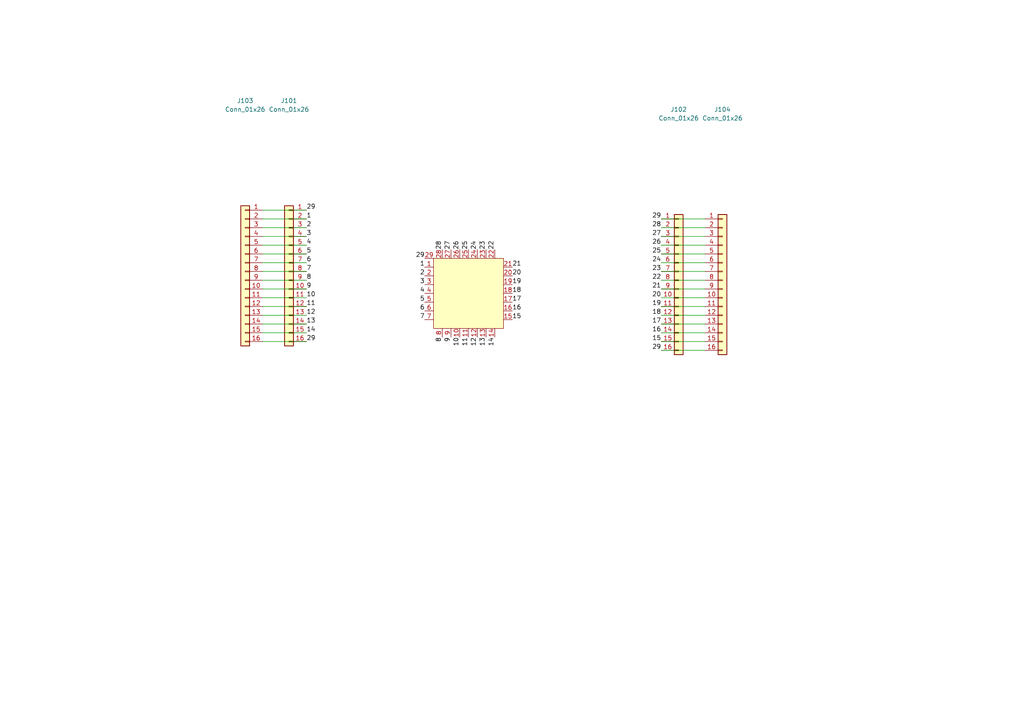
<source format=kicad_sch>
(kicad_sch (version 20250114) (generator "eeschema") (generator_version "9.0")
  (paper "A4")
  (lib_symbols
    (symbol "Connector_Generic:Conn_01x16" (pin_names (offset 1.016) (hide yes))
      (property "Reference" "J" (at 0 20.32 0))
      (property "Value" "Conn_01x16" (at 0 -22.86 0))
      (symbol "Conn_01x16_1_1"
        (rectangle (start -1.27 19.05) (end 1.27 -21.59) (stroke (width 0.254)) (fill (type background)))
        (rectangle (start -1.27 17.907) (end 0 17.653) (stroke (width 0.1524)))
        (rectangle (start -1.27 15.367) (end 0 15.113) (stroke (width 0.1524)))
        (rectangle (start -1.27 12.827) (end 0 12.573) (stroke (width 0.1524)))
        (rectangle (start -1.27 10.287) (end 0 10.033) (stroke (width 0.1524)))
        (rectangle (start -1.27 7.747) (end 0 7.493) (stroke (width 0.1524)))
        (rectangle (start -1.27 5.207) (end 0 4.953) (stroke (width 0.1524)))
        (rectangle (start -1.27 2.667) (end 0 2.413) (stroke (width 0.1524)))
        (rectangle (start -1.27 0.127) (end 0 -0.127) (stroke (width 0.1524)))
        (rectangle (start -1.27 -2.413) (end 0 -2.667) (stroke (width 0.1524)))
        (rectangle (start -1.27 -4.953) (end 0 -5.207) (stroke (width 0.1524)))
        (rectangle (start -1.27 -7.493) (end 0 -7.747) (stroke (width 0.1524)))
        (rectangle (start -1.27 -10.033) (end 0 -10.287) (stroke (width 0.1524)))
        (rectangle (start -1.27 -12.573) (end 0 -12.827) (stroke (width 0.1524)))
        (rectangle (start -1.27 -15.113) (end 0 -15.367) (stroke (width 0.1524)))
        (rectangle (start -1.27 -17.653) (end 0 -17.907) (stroke (width 0.1524)))
        (rectangle (start -1.27 -20.193) (end 0 -20.447) (stroke (width 0.1524)))
        (pin passive line (at -5.08 17.78 0) (length 3.81) (name "Pin_1") (number "1"))
        (pin passive line (at -5.08 15.24 0) (length 3.81) (name "Pin_2") (number "2"))
        (pin passive line (at -5.08 12.7 0) (length 3.81) (name "Pin_3") (number "3"))
        (pin passive line (at -5.08 10.16 0) (length 3.81) (name "Pin_4") (number "4"))
        (pin passive line (at -5.08 7.62 0) (length 3.81) (name "Pin_5") (number "5"))
        (pin passive line (at -5.08 5.08 0) (length 3.81) (name "Pin_6") (number "6"))
        (pin passive line (at -5.08 2.54 0) (length 3.81) (name "Pin_7") (number "7"))
        (pin passive line (at -5.08 0 0) (length 3.81) (name "Pin_8") (number "8"))
        (pin passive line (at -5.08 -2.54 0) (length 3.81) (name "Pin_9") (number "9"))
        (pin passive line (at -5.08 -5.08 0) (length 3.81) (name "Pin_10") (number "10"))
        (pin passive line (at -5.08 -7.62 0) (length 3.81) (name "Pin_11") (number "11"))
        (pin passive line (at -5.08 -10.16 0) (length 3.81) (name "Pin_12") (number "12"))
        (pin passive line (at -5.08 -12.7 0) (length 3.81) (name "Pin_13") (number "13"))
        (pin passive line (at -5.08 -15.24 0) (length 3.81) (name "Pin_14") (number "14"))
        (pin passive line (at -5.08 -17.78 0) (length 3.81) (name "Pin_15") (number "15"))
        (pin passive line (at -5.08 -20.32 0) (length 3.81) (name "Pin_16") (number "16"))
      )
    )
    (symbol "Interface_Ethernet:VSC8541XMV-0x"
      (symbol "VSC8541XMV-0x_0_0"
        (pin unspecified line (at -15.24 12.7 0) (length 2.54) (name "") (number "29"))
        (pin unspecified line (at -15.24 10.16 0) (length 2.54) (name "") (number "1"))
        (pin unspecified line (at -15.24 7.62 0) (length 2.54) (name "") (number "2"))
        (pin unspecified line (at -15.24 5.08 0) (length 2.54) (name "") (number "3"))
        (pin unspecified line (at -15.24 2.54 0) (length 2.54) (name "") (number "4"))
        (pin unspecified line (at -15.24 0 0) (length 2.54) (name "") (number "5"))
        (pin unspecified line (at -15.24 -2.54 0) (length 2.54) (name "") (number "6"))
        (pin unspecified line (at -15.24 -5.08 0) (length 2.54) (name "") (number "7"))
        (pin unspecified line (at -10.16 15.24 270) (length 2.54) (name "") (number "28"))
        (pin unspecified line (at -10.16 -10.16 90) (length 2.54) (name "") (number "8"))
        (pin unspecified line (at -7.62 15.24 270) (length 2.54) (name "") (number "27"))
        (pin unspecified line (at -7.62 -10.16 90) (length 2.54) (name "") (number "9"))
        (pin unspecified line (at -5.08 15.24 270) (length 2.54) (name "") (number "26"))
        (pin unspecified line (at -5.08 -10.16 90) (length 2.54) (name "") (number "10"))
        (pin unspecified line (at -2.54 15.24 270) (length 2.54) (name "") (number "25"))
        (pin unspecified line (at -2.54 -10.16 90) (length 2.54) (name "") (number "11"))
        (pin unspecified line (at 0 15.24 270) (length 2.54) (name "") (number "24"))
        (pin unspecified line (at 0 -10.16 90) (length 2.54) (name "") (number "12"))
        (pin unspecified line (at 2.54 15.24 270) (length 2.54) (name "") (number "23"))
        (pin unspecified line (at 2.54 -10.16 90) (length 2.54) (name "") (number "13"))
        (pin unspecified line (at 5.08 15.24 270) (length 2.54) (name "") (number "22"))
        (pin unspecified line (at 5.08 -10.16 90) (length 2.54) (name "") (number "14"))
        (pin unspecified line (at 10.16 10.16 180) (length 2.54) (name "") (number "21"))
        (pin unspecified line (at 10.16 7.62 180) (length 2.54) (name "") (number "20"))
        (pin unspecified line (at 10.16 5.08 180) (length 2.54) (name "") (number "19"))
        (pin unspecified line (at 10.16 2.54 180) (length 2.54) (name "") (number "18"))
        (pin unspecified line (at 10.16 0 180) (length 2.54) (name "") (number "17"))
        (pin unspecified line (at 10.16 -2.54 180) (length 2.54) (name "") (number "16"))
        (pin unspecified line (at 10.16 -5.08 180) (length 2.54) (name "") (number "15"))
      )
      (symbol "VSC8541XMV-0x_1_1"
        (rectangle (start -12.7 12.7) (end 7.62 -7.62) (fill (type background)))
      )
    )
  )
  (wire (pts (xy 204.47 66.04) (xy 191.77 66.04)))
  (wire (pts (xy 76.2 60.96) (xy 88.9 60.96)))
  (wire (pts (xy 204.47 101.6) (xy 191.77 101.6)))
  (wire (pts (xy 76.2 88.9) (xy 88.9 88.9)))
  (wire (pts (xy 76.2 71.12) (xy 88.9 71.12)))
  (wire (pts (xy 204.47 81.28) (xy 191.77 81.28)))
  (wire (pts (xy 76.2 91.44) (xy 88.9 91.44)))
  (wire (pts (xy 76.2 63.5) (xy 88.9 63.5)))
  (wire (pts (xy 76.2 66.04) (xy 88.9 66.04)))
  (wire (pts (xy 204.47 88.9) (xy 191.77 88.9)))
  (wire (pts (xy 204.47 78.74) (xy 191.77 78.74)))
  (wire (pts (xy 204.47 76.2) (xy 191.77 76.2)))
  (wire (pts (xy 76.2 83.82) (xy 88.9 83.82)))
  (wire (pts (xy 204.47 93.98) (xy 191.77 93.98)))
  (wire (pts (xy 204.47 73.66) (xy 191.77 73.66)))
  (wire (pts (xy 204.47 96.52) (xy 191.77 96.52)))
  (wire (pts (xy 76.2 81.28) (xy 88.9 81.28)))
  (wire (pts (xy 76.2 96.52) (xy 88.9 96.52)))
  (wire (pts (xy 204.47 63.5) (xy 191.77 63.5)))
  (wire (pts (xy 76.2 68.58) (xy 88.9 68.58)))
  (wire (pts (xy 204.47 91.44) (xy 191.77 91.44)))
  (wire (pts (xy 76.2 99.06) (xy 88.9 99.06)))
  (wire (pts (xy 204.47 71.12) (xy 191.77 71.12)))
  (wire (pts (xy 76.2 78.74) (xy 88.9 78.74)))
  (wire (pts (xy 204.47 99.06) (xy 191.77 99.06)))
  (wire (pts (xy 204.47 83.82) (xy 191.77 83.82)))
  (wire (pts (xy 76.2 86.36) (xy 88.9 86.36)))
  (wire (pts (xy 204.47 86.36) (xy 191.77 86.36)))
  (wire (pts (xy 76.2 76.2) (xy 88.9 76.2)))
  (wire (pts (xy 204.47 68.58) (xy 191.77 68.58)))
  (wire (pts (xy 76.2 93.98) (xy 88.9 93.98)))
  (wire (pts (xy 76.2 73.66) (xy 88.9 73.66)))
  (label "19" (at 191.77 88.9 180))
  (label "29" (at 191.77 63.5 180))
  (label "20" (at 191.77 86.36 180))
  (label "29" (at 88.9 99.06 0))
  (label "26" (at 191.77 71.12 180))
  (label "29" (at 88.9 60.96 0))
  (label "12" (at 88.9 91.44 0))
  (label "23" (at 191.77 78.74 180))
  (label "11" (at 88.9 88.9 0))
  (label "10" (at 88.9 86.36 0))
  (label "16" (at 191.77 96.52 180))
  (label "14" (at 88.9 96.52 0))
  (label "29" (at 191.77 101.6 180))
  (label "3" (at 88.9 68.58 0))
  (label "8" (at 88.9 81.28 0))
  (label "18" (at 191.77 91.44 180))
  (label "4" (at 88.9 71.12 0))
  (label "17" (at 191.77 93.98 180))
  (label "21" (at 191.77 83.82 180))
  (label "7" (at 88.9 78.74 0))
  (label "13" (at 88.9 93.98 0))
  (label "27" (at 191.77 68.58 180))
  (label "24" (at 191.77 76.2 180))
  (label "15" (at 191.77 99.06 180))
  (label "2" (at 88.9 66.04 0))
  (label "1" (at 88.9 63.5 0))
  (label "22" (at 191.77 81.28 180))
  (label "3" (at 123.19 82.55 180))
  (label "1" (at 123.19 77.47 180))
  (label "2" (at 123.19 80.01 180))
  (label "4" (at 123.19 85.09 180))
  (label "5" (at 123.19 87.63 180))
  (label "6" (at 123.19 90.17 180))
  (label "7" (at 123.19 92.71 180))
  (label "8" (at 128.27 97.79 270))
  (label "10" (at 133.35 97.79 270))
  (label "11" (at 135.89 97.79 270))
  (label "12" (at 138.43 97.79 270))
  (label "9" (at 130.81 97.79 270))
  (label "13" (at 140.97 97.79 270))
  (label "14" (at 143.51 97.79 270))
  (label "15" (at 148.59 92.71 0))
  (label "16" (at 148.59 90.17 0))
  (label "17" (at 148.59 87.63 0))
  (label "18" (at 148.59 85.09 0))
  (label "21" (at 148.59 77.47 0))
  (label "20" (at 148.59 80.01 0))
  (label "19" (at 148.59 82.55 0))
  (label "22" (at 143.51 72.39 90))
  (label "23" (at 140.97 72.39 90))
  (label "24" (at 138.43 72.39 90))
  (label "25" (at 135.89 72.39 90))
  (label "26" (at 133.35 72.39 90))
  (label "27" (at 130.81 72.39 90))
  (label "28" (at 128.27 72.39 90))
  (label "29" (at 123.19 74.93 180))
  (label "5" (at 88.9 73.66 0))
  (label "9" (at 88.9 83.82 0))
  (label "6" (at 88.9 76.2 0))
  (label "28" (at 191.77 66.04 180))
  (label "25" (at 191.77 73.66 180))
  (symbol (lib_id "Interface_Ethernet:VSC8541XMV-0x") (at 138.43 87.63 0) (unit 1)
    (property "Reference" "U101" (effects (hide yes)))
    (property "Value" "QFN-28" (effects (hide yes)))
    (property "Footprint" "Package_DFN_QFN:QFN-28-1EP_6x6mm_P0.65mm_EP4.25x4.25mm_ThermalVias" (effects (hide yes)))
  )
  (symbol (lib_id "Connector_Generic:Conn_01x16") (at 209.55 81.28 0) (unit 1)
    (property "Reference" "J104" (at 209.55 31.75 0))
    (property "Value" "Conn_01x26" (at 209.55 34.29 0))
    (property "Footprint" "Connector_PinHeader_2.54mm:PinHeader_1x16_P2.54mm_Vertical_SMD_Pin1Right" (effects (hide yes)))
    (property "Description" "Generic connector, single row, 01x16, script generated (kicad-library-utils/schlib/autogen/connector/)" (effects (hide yes)))
  )
  (symbol (lib_id "Connector_Generic:Conn_01x16") (at 83.82 78.74 0) (mirror y) (unit 1)
    (property "Reference" "J101" (at 83.82 29.21 0))
    (property "Value" "Conn_01x26" (at 83.82 31.75 0))
    (property "Footprint" "Connector_PinHeader_2.54mm:PinHeader_1x16_P2.54mm_Vertical" (effects (hide yes)))
    (property "Description" "Generic connector, single row, 01x16, script generated (kicad-library-utils/schlib/autogen/connector/)" (effects (hide yes)))
  )
  (symbol (lib_id "Connector_Generic:Conn_01x16") (at 196.85 81.28 0) (unit 1)
    (property "Reference" "J102" (at 196.85 31.75 0))
    (property "Value" "Conn_01x26" (at 196.85 34.29 0))
    (property "Footprint" "Connector_PinHeader_2.54mm:PinHeader_1x16_P2.54mm_Vertical" (effects (hide yes)))
    (property "Description" "Generic connector, single row, 01x16, script generated (kicad-library-utils/schlib/autogen/connector/)" (effects (hide yes)))
  )
  (symbol (lib_id "Connector_Generic:Conn_01x16") (at 71.12 78.74 0) (mirror y) (unit 1)
    (property "Reference" "J103" (at 71.12 29.21 0))
    (property "Value" "Conn_01x26" (at 71.12 31.75 0))
    (property "Footprint" "Connector_PinHeader_2.54mm:PinHeader_1x16_P2.54mm_Vertical_SMD_Pin1Left" (effects (hide yes)))
    (property "Description" "Generic connector, single row, 01x16, script generated (kicad-library-utils/schlib/autogen/connector/)" (effects (hide yes)))
  )
)
</source>
